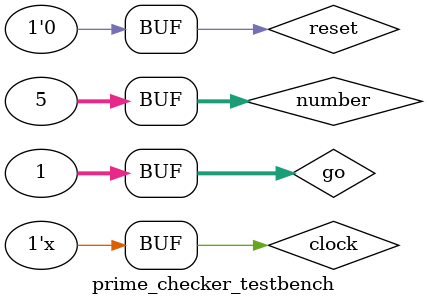
<source format=v>
module prime_checker_testbench();

reg clock, reset;
reg [31:0] number, go;
wire output_ready, result;

prime_checker pc(
	.clock(clock),
	.reset(reset),
	.go(go),
	.number(number),
	.output_ready(output_ready),
	.result(result)
);

initial begin
	clock = 1'b0;
	reset = 1'b0;
	go = 1'b1;
	number = 32'd5;
	#100;
	
end

always begin
	#100 clock = !clock;
end

endmodule
</source>
